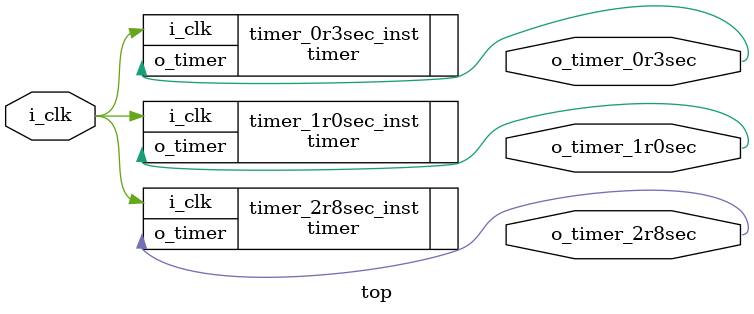
<source format=v>
module top(
	input i_clk,
	output o_timer_1r0sec,
	output o_timer_0r3sec,
	output o_timer_2r8sec
);
	
	//1.0sec timer
	timer #(
		.TIME (20'd1000000),
		.WIDTH(20)
	) timer_1r0sec_inst(
		.i_clk(i_clk),
		.o_timer(o_timer_1r0sec)
	);
	timer #(
		.TIME (19'd300000),
		.WIDTH(19)
	) timer_0r3sec_inst(
		.i_clk(i_clk),
		.o_timer(o_timer_0r3sec)
	);
	timer #(
		.TIME (22'd28000000),
		.WIDTH(22)
	) timer_2r8sec_inst(
		.i_clk(i_clk),
		.o_timer(o_timer_2r8sec)
	);

endmodule

</source>
